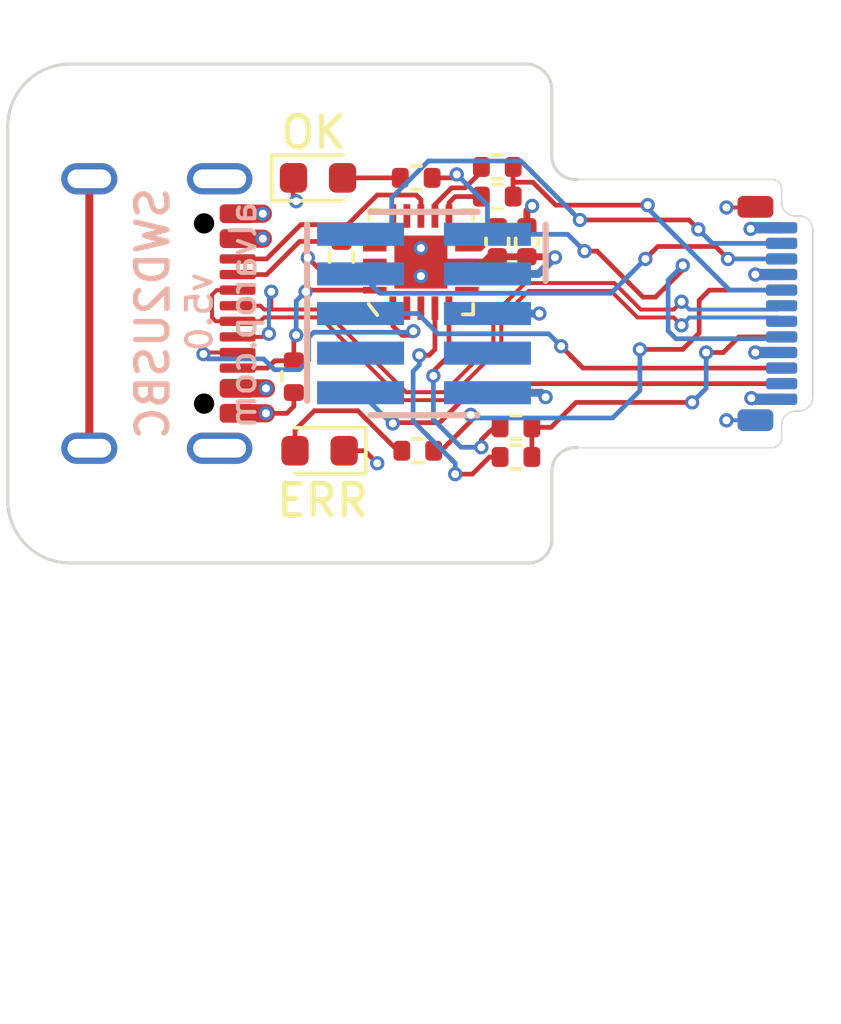
<source format=kicad_pcb>
(kicad_pcb (version 20240108) (generator "pcbnew") (generator_version "8.0")
  (title_block (title "SWD2USBC") (date "2025-01-05") (rev "v5.0") (company "alvarop.com"))
  (layers (0 "F.Cu" signal) (1 "In1.Cu" signal "GND") (2 "In2.Cu" signal "PWR") (31 "B.Cu" signal) (34 "B.Paste" user) (35 "F.Paste" user) (36 "B.SilkS" user "B.Silkscreen") (37 "F.SilkS" user "F.Silkscreen") (38 "B.Mask" user) (39 "F.Mask" user) (44 "Edge.Cuts" user))
  (net 0 "")
  (net 1 "VBUS")
  (net 2 "GND")
  (net 3 "Net-(D1-A)")
  (net 4 "Net-(D2-A)")
  (net 5 "/D+")
  (net 6 "/D-")
  (net 9 "/SBU1")
  (net 10 "/SWDIO")
  (net 11 "/SWDCLK")
  (net 12 "/SWO")
  (net 13 "/CC1_IN_MOSI")
  (net 14 "/CC2_IN_MISO")
  (net 15 "/NRST")
  (net 16 "/CC1")
  (net 17 "/CC2")
  (net 18 "/SBU2")
  (net 19 "/CC1_R1")
  (net 20 "/CC1_R2")
  (net 21 "/CC2_R1")
  (net 22 "/CC2_R2")
  (net 23 "/SCK")
  (net 30 "/MCURST")
  (net 31 "/SHIELD")
  (footprint "Capacitor_SMD:C_0402_1005Metric" (layer "F.Cu") (at 170.95 65.2 -90)
    (property "Reference" "C1" (hide yes))
    (property "Value" "1uF")
    (fp_line (start -0.107836 0.36) (end 0.107836 0.36) (stroke (width 0.12)) (layer "F.SilkS"))
    (fp_line (start -0.107836 -0.36) (end 0.107836 -0.36) (stroke (width 0.12)) (layer "F.SilkS"))
    (pad "1" smd roundrect (at -0.48 0 270) (size 0.56 0.62) (layers "F.Cu" "F.Paste" "F.Mask") (net 1 "VBUS"))
    (pad "2" smd roundrect (at 0.48 0 270) (size 0.56 0.62) (layers "F.Cu" "F.Paste" "F.Mask") (net 2 "GND"))
  )
  (footprint "Resistor_SMD:R_0402_1005Metric" (layer "F.Cu") (at 170.95 63.75)
    (property "Reference" "R4" (hide yes))
    (property "Value" "22k")
    (fp_line (start -0.153641 -0.38) (end 0.153641 -0.38) (stroke (width 0.12)) (layer "F.SilkS"))
    (fp_line (start -0.153641 0.38) (end 0.153641 0.38) (stroke (width 0.12)) (layer "F.SilkS"))
    (pad "1" smd roundrect (at -0.51 0) (size 0.54 0.64) (layers "F.Cu" "F.Paste" "F.Mask") (net 19 "/CC1_R1"))
    (pad "2" smd roundrect (at 0.51 0) (size 0.54 0.64) (layers "F.Cu" "F.Paste" "F.Mask") (net 16 "/CC1"))
  )
  (footprint "Resistor_SMD:R_0402_1005Metric" (layer "F.Cu") (at 171.55 72.1 180)
    (property "Reference" "R6" (hide yes))
    (property "Value" "56k")
    (fp_line (start -0.153641 0.38) (end 0.153641 0.38) (stroke (width 0.12)) (layer "F.SilkS"))
    (fp_line (start -0.153641 -0.38) (end 0.153641 -0.38) (stroke (width 0.12)) (layer "F.SilkS"))
    (pad "1" smd roundrect (at -0.51 0 180) (size 0.54 0.64) (layers "F.Cu" "F.Paste" "F.Mask") (net 17 "/CC2"))
    (pad "2" smd roundrect (at 0.51 0 180) (size 0.54 0.64) (layers "F.Cu" "F.Paste" "F.Mask") (net 21 "/CC2_R1"))
  )
  (footprint "LED_SMD:LED_0603_1608Metric" (layer "F.Cu") (at 165.2 63.15)
    (property "Reference" "D1" (hide yes))
    (property "Value" "GREEN")
    (fp_line (start -1.485 -0.735) (end -1.485 0.735) (stroke (width 0.12)) (layer "F.SilkS"))
    (fp_line (start -1.485 0.735) (end 0.8 0.735) (stroke (width 0.12)) (layer "F.SilkS"))
    (fp_line (start 0.8 -0.735) (end -1.485 -0.735) (stroke (width 0.12)) (layer "F.SilkS"))
    (pad "1" smd roundrect (at -0.7875 0) (size 0.875 0.95) (layers "F.Cu" "F.Paste" "F.Mask") (net 2 "GND"))
    (pad "2" smd roundrect (at 0.7875 0) (size 0.875 0.95) (layers "F.Cu" "F.Paste" "F.Mask") (net 3 "Net-(D1-A)"))
  )
  (footprint "Resistor_SMD:R_0402_1005Metric" (layer "F.Cu") (at 165.95 65.7 90)
    (property "Reference" "R2" (hide yes))
    (property "Value" "5.1k")
    (fp_line (start -0.153641 -0.38) (end 0.153641 -0.38) (stroke (width 0.12)) (layer "F.SilkS"))
    (fp_line (start -0.153641 0.38) (end 0.153641 0.38) (stroke (width 0.12)) (layer "F.SilkS"))
    (pad "1" smd roundrect (at -0.51 0 90) (size 0.54 0.64) (layers "F.Cu" "F.Paste" "F.Mask") (net 2 "GND"))
    (pad "2" smd roundrect (at 0.51 0 90) (size 0.54 0.64) (layers "F.Cu" "F.Paste" "F.Mask") (net 13 "/CC1_IN_MOSI"))
  )
  (footprint "Capacitor_SMD:C_0402_1005Metric" (layer "F.Cu") (at 171.9 65.2 -90)
    (property "Reference" "C2" (hide yes))
    (property "Value" "0.1uF")
    (fp_line (start -0.107836 0.36) (end 0.107836 0.36) (stroke (width 0.12)) (layer "F.SilkS"))
    (fp_line (start -0.107836 -0.36) (end 0.107836 -0.36) (stroke (width 0.12)) (layer "F.SilkS"))
    (pad "1" smd roundrect (at -0.48 0 270) (size 0.56 0.62) (layers "F.Cu" "F.Paste" "F.Mask") (net 1 "VBUS"))
    (pad "2" smd roundrect (at 0.48 0 270) (size 0.56 0.62) (layers "F.Cu" "F.Paste" "F.Mask") (net 2 "GND"))
  )
  (footprint "LED_SMD:LED_0603_1608Metric" (layer "F.Cu") (at 165.25 71.9 180)
    (property "Reference" "D2" (hide yes))
    (property "Value" "RED")
    (fp_line (start 0.8 -0.735) (end -1.485 -0.735) (stroke (width 0.12)) (layer "F.SilkS"))
    (fp_line (start -1.485 0.735) (end 0.8 0.735) (stroke (width 0.12)) (layer "F.SilkS"))
    (fp_line (start -1.485 -0.735) (end -1.485 0.735) (stroke (width 0.12)) (layer "F.SilkS"))
    (pad "1" smd roundrect (at -0.7875 0 180) (size 0.875 0.95) (layers "F.Cu" "F.Paste" "F.Mask") (net 2 "GND"))
    (pad "2" smd roundrect (at 0.7875 0 180) (size 0.875 0.95) (layers "F.Cu" "F.Paste" "F.Mask") (net 4 "Net-(D2-A)"))
  )
  (footprint "Resistor_SMD:R_0402_1005Metric" (layer "F.Cu") (at 170.95 62.8)
    (property "Reference" "R3" (hide yes))
    (property "Value" "10k")
    (fp_line (start -0.153641 -0.38) (end 0.153641 -0.38) (stroke (width 0.12)) (layer "F.SilkS"))
    (fp_line (start -0.153641 0.38) (end 0.153641 0.38) (stroke (width 0.12)) (layer "F.SilkS"))
    (pad "1" smd roundrect (at -0.51 0) (size 0.54 0.64) (layers "F.Cu" "F.Paste" "F.Mask") (net 20 "/CC1_R2"))
    (pad "2" smd roundrect (at 0.51 0) (size 0.54 0.64) (layers "F.Cu" "F.Paste" "F.Mask") (net 16 "/CC1"))
  )
  (footprint "alvarop:USB4105-GF-A" (layer "F.Cu") (at 162.62 67.5 -90)
    (property "Reference" "J1" (hide yes))
    (property "Value" "USB_C_Receptacle_USB2.0")
    (pad "" np_thru_hole circle (at -2.89 1.075 270) (size 0.65 0.65) (drill 0.65) (layers "*.Mask"))
    (pad "" np_thru_hole circle (at 2.89 1.075 270) (size 0.65 0.65) (drill 0.65) (layers "*.Mask"))
    (pad "A1" smd roundrect (at -3.2 0 270) (size 0.6 1.15) (layers "F.Cu" "F.Paste" "F.Mask") (net 2 "GND"))
    (pad "A4" smd roundrect (at -2.4 0 270) (size 0.6 1.15) (layers "F.Cu" "F.Paste" "F.Mask") (net 1 "VBUS"))
    (pad "A5" smd roundrect (at -1.25 0 270) (size 0.3 1.15) (layers "F.Cu" "F.Paste" "F.Mask") (net 13 "/CC1_IN_MOSI"))
    (pad "A6" smd roundrect (at -0.25 0 270) (size 0.3 1.15) (layers "F.Cu" "F.Paste" "F.Mask") (net 5 "/D+"))
    (pad "A7" smd roundrect (at 0.25 0 270) (size 0.3 1.15) (layers "F.Cu" "F.Paste" "F.Mask") (net 6 "/D-"))
    (pad "A8" smd roundrect (at 1.25 0 270) (size 0.3 1.15) (layers "F.Cu" "F.Paste" "F.Mask") (net 23 "/SCK"))
    (pad "A9" smd roundrect (at 2.4 0 270) (size 0.6 1.15) (layers "F.Cu" "F.Paste" "F.Mask") (net 1 "VBUS"))
    (pad "A12" smd roundrect (at 3.2 0 270) (size 0.6 1.15) (layers "F.Cu" "F.Paste" "F.Mask") (net 2 "GND"))
    (pad "B1" smd roundrect (at 3.2 0 270) (size 0.6 1.15) (layers "F.Cu" "F.Paste" "F.Mask") (net 2 "GND"))
    (pad "B4" smd roundrect (at 2.4 0 270) (size 0.6 1.15) (layers "F.Cu" "F.Paste" "F.Mask") (net 1 "VBUS"))
    (pad "B5" smd roundrect (at 1.75 0 270) (size 0.3 1.15) (layers "F.Cu" "F.Paste" "F.Mask") (net 14 "/CC2_IN_MISO"))
    (pad "B6" smd roundrect (at 0.75 0 270) (size 0.3 1.15) (layers "F.Cu" "F.Paste" "F.Mask") (net 5 "/D+"))
    (pad "B7" smd roundrect (at -0.75 0 270) (size 0.3 1.15) (layers "F.Cu" "F.Paste" "F.Mask") (net 6 "/D-"))
    (pad "B8" smd roundrect (at -1.75 0 270) (size 0.3 1.15) (layers "F.Cu" "F.Paste" "F.Mask") (net 30 "/MCURST"))
    (pad "B9" smd roundrect (at -2.4 0 270) (size 0.6 1.15) (layers "F.Cu" "F.Paste" "F.Mask") (net 1 "VBUS"))
    (pad "B12" smd roundrect (at -3.2 0 270) (size 0.6 1.15) (layers "F.Cu" "F.Paste" "F.Mask") (net 2 "GND"))
    (pad "S1" thru_hole oval (at -4.32 0.575 270) (size 1 2.1) (drill oval 0.6 1.7) (layers "*.Cu" "*.Mask") (net 31 "/SHIELD"))
    (pad "S1" thru_hole oval (at -4.32 4.755 270) (size 1 1.8) (drill oval 0.6 1.4) (layers "*.Cu" "*.Mask") (net 31 "/SHIELD"))
    (pad "S1" thru_hole oval (at 4.32 0.575 270) (size 1 2.1) (drill oval 0.6 1.7) (layers "*.Cu" "*.Mask") (net 31 "/SHIELD"))
    (pad "S1" thru_hole oval (at 4.32 4.755 270) (size 1 1.8) (drill oval 0.6 1.4) (layers "*.Cu" "*.Mask") (net 31 "/SHIELD"))
  )
  (footprint "ultralibrarian:ATTINY24A-MMH" (layer "F.Cu") (at 168.5 65.85 90)
    (property "Reference" "U1" (hide yes))
    (property "Value" "ATtiny24-20M" (hide yes))
    (fp_line (start 1.676999 -1.676999) (end 1.342341 -1.676999) (stroke (width 0.12)) (layer "F.SilkS"))
    (fp_line (start -1.342341 -1.676999) (end -1.7 -1.4) (stroke (width 0.12)) (layer "F.SilkS"))
    (fp_line (start 1.676999 -1.342341) (end 1.676999 -1.676999) (stroke (width 0.12)) (layer "F.SilkS"))
    (fp_line (start -1.676999 1.342341) (end -1.676999 1.676999) (stroke (width 0.12)) (layer "F.SilkS"))
    (fp_line (start 1.676999 1.676999) (end 1.676999 1.342341) (stroke (width 0.12)) (layer "F.SilkS"))
    (fp_line (start 1.342341 1.676999) (end 1.676999 1.676999) (stroke (width 0.12)) (layer "F.SilkS"))
    (fp_line (start -1.676999 1.676999) (end -1.342341 1.676999) (stroke (width 0.12)) (layer "F.SilkS"))
    (pad "1" smd rect (at -1.477401 -0.900001 180) (size 0.2192 0.7548) (layers "F.Cu" "F.Paste" "F.Mask") (net 23 "/SCK"))
    (pad "2" smd rect (at -1.477401 -0.449999 180) (size 0.2192 0.7548) (layers "F.Cu" "F.Paste" "F.Mask"))
    (pad "3" smd rect (at -1.477401 0 180) (size 0.2192 0.7548) (layers "F.Cu" "F.Paste" "F.Mask"))
    (pad "4" smd rect (at -1.477401 0.449999 180) (size 0.2192 0.7548) (layers "F.Cu" "F.Paste" "F.Mask") (net 21 "/CC2_R1"))
    (pad "5" smd rect (at -1.477401 0.900001 180) (size 0.2192 0.7548) (layers "F.Cu" "F.Paste" "F.Mask") (net 22 "/CC2_R2"))
    (pad "6" smd rect (at -0.900001 1.477401 90) (size 0.2192 0.7548) (layers "F.Cu" "F.Paste" "F.Mask"))
    (pad "7" smd rect (at -0.449999 1.477401 90) (size 0.2192 0.7548) (layers "F.Cu" "F.Paste" "F.Mask"))
    (pad "8" smd rect (at 0 1.477401 90) (size 0.2192 0.7548) (layers "F.Cu" "F.Paste" "F.Mask") (net 2 "GND"))
    (pad "9" smd rect (at 0.449999 1.477401 90) (size 0.2192 0.7548) (layers "F.Cu" "F.Paste" "F.Mask") (net 1 "VBUS"))
    (pad "10" smd rect (at 0.900001 1.477401 90) (size 0.2192 0.7548) (layers "F.Cu" "F.Paste" "F.Mask"))
    (pad "11" smd rect (at 1.477401 0.900001 180) (size 0.2192 0.7548) (layers "F.Cu" "F.Paste" "F.Mask") (net 19 "/CC1_R1"))
    (pad "12" smd rect (at 1.477401 0.449999 180) (size 0.2192 0.7548) (layers "F.Cu" "F.Paste" "F.Mask") (net 20 "/CC1_R2"))
    (pad "13" smd rect (at 1.477401 0 180) (size 0.2192 0.7548) (layers "F.Cu" "F.Paste" "F.Mask") (net 30 "/MCURST"))
    (pad "14" smd rect (at 1.477401 -0.449999 180) (size 0.2192 0.7548) (layers "F.Cu" "F.Paste" "F.Mask"))
    (pad "15" smd rect (at 1.477401 -0.900001 180) (size 0.2192 0.7548) (layers "F.Cu" "F.Paste" "F.Mask"))
    (pad "16" smd rect (at 0.900001 -1.477401 90) (size 0.2192 0.7548) (layers "F.Cu" "F.Paste" "F.Mask") (net 13 "/CC1_IN_MOSI"))
    (pad "17" smd rect (at 0.449999 -1.477401 90) (size 0.2192 0.7548) (layers "F.Cu" "F.Paste" "F.Mask"))
    (pad "18" smd rect (at 0 -1.477401 90) (size 0.2192 0.7548) (layers "F.Cu" "F.Paste" "F.Mask"))
    (pad "19" smd rect (at -0.449999 -1.477401 90) (size 0.2192 0.7548) (layers "F.Cu" "F.Paste" "F.Mask"))
    (pad "20" smd rect (at -0.900001 -1.477401 90) (size 0.2192 0.7548) (layers "F.Cu" "F.Paste" "F.Mask") (net 14 "/CC2_IN_MISO"))
    (pad "21" smd rect (at 0 0 90) (size 1.7 1.7) (layers "F.Cu" "F.Paste" "F.Mask") (net 2 "GND"))
  )
  (footprint "Resistor_SMD:R_0402_1005Metric" (layer "F.Cu") (at 168.4 71.9)
    (property "Reference" "R8" (hide yes))
    (property "Value" "1k")
    (fp_line (start -0.153641 -0.38) (end 0.153641 -0.38) (stroke (width 0.12)) (layer "F.SilkS"))
    (fp_line (start -0.153641 0.38) (end 0.153641 0.38) (stroke (width 0.12)) (layer "F.SilkS"))
    (pad "1" smd roundrect (at -0.51 0) (size 0.54 0.64) (layers "F.Cu" "F.Paste" "F.Mask") (net 4 "Net-(D2-A)"))
    (pad "2" smd roundrect (at 0.51 0) (size 0.54 0.64) (layers "F.Cu" "F.Paste" "F.Mask") (net 18 "/SBU2"))
  )
  (footprint "Resistor_SMD:R_0402_1005Metric" (layer "F.Cu") (at 164.425 69.525 90)
    (property "Reference" "R1" (hide yes))
    (property "Value" "5.1k")
    (fp_line (start -0.153641 -0.38) (end 0.153641 -0.38) (stroke (width 0.12)) (layer "F.SilkS"))
    (fp_line (start -0.153641 0.38) (end 0.153641 0.38) (stroke (width 0.12)) (layer "F.SilkS"))
    (pad "1" smd roundrect (at -0.51 0 90) (size 0.54 0.64) (layers "F.Cu" "F.Paste" "F.Mask") (net 2 "GND"))
    (pad "2" smd roundrect (at 0.51 0 90) (size 0.54 0.64) (layers "F.Cu" "F.Paste" "F.Mask") (net 14 "/CC2_IN_MISO"))
  )
  (footprint "Resistor_SMD:R_0402_1005Metric" (layer "F.Cu") (at 171.55 71.15)
    (property "Reference" "R5" (hide yes))
    (property "Value" "22k")
    (fp_line (start -0.153641 -0.38) (end 0.153641 -0.38) (stroke (width 0.12)) (layer "F.SilkS"))
    (fp_line (start -0.153641 0.38) (end 0.153641 0.38) (stroke (width 0.12)) (layer "F.SilkS"))
    (pad "1" smd roundrect (at -0.51 0) (size 0.54 0.64) (layers "F.Cu" "F.Paste" "F.Mask") (net 22 "/CC2_R2"))
    (pad "2" smd roundrect (at 0.51 0) (size 0.54 0.64) (layers "F.Cu" "F.Paste" "F.Mask") (net 17 "/CC2"))
  )
  (footprint "Resistor_SMD:R_0402_1005Metric" (layer "F.Cu") (at 168.35 63.15 180)
    (property "Reference" "R7" (hide yes))
    (property "Value" "1k")
    (fp_line (start -0.153641 0.38) (end 0.153641 0.38) (stroke (width 0.12)) (layer "F.SilkS"))
    (fp_line (start -0.153641 -0.38) (end 0.153641 -0.38) (stroke (width 0.12)) (layer "F.SilkS"))
    (pad "1" smd roundrect (at -0.51 0 180) (size 0.54 0.64) (layers "F.Cu" "F.Paste" "F.Mask") (net 9 "/SBU1"))
    (pad "2" smd roundrect (at 0.51 0 180) (size 0.54 0.64) (layers "F.Cu" "F.Paste" "F.Mask") (net 3 "Net-(D1-A)"))
  )
  (footprint "snapeda:SAMTEC_FTSH-105-01-F-DV-P-TR" (layer "B.Cu") (at 168.6 67.5 -90)
    (property "Reference" "J2" (hide yes))
    (property "Value" "Conn_ARM_JTAG_SWD_10")
    (fp_line (start -3.26 1.715) (end -3.26 1.715) (stroke (width 0.2)) (layer "B.SilkS"))
    (fp_line (start 3.26 1.715) (end 3.26 1.715) (stroke (width 0.2)) (layer "B.SilkS"))
    (fp_line (start 3.26 1.715) (end 3.26 -1.715) (stroke (width 0.2)) (layer "B.SilkS"))
    (fp_line (start -3.26 -1.715) (end -3.26 1.715) (stroke (width 0.2)) (layer "B.SilkS"))
    (fp_line (start -3.26 -1.715) (end -3.26 -1.715) (stroke (width 0.2)) (layer "B.SilkS"))
    (fp_line (start 3.26 -1.715) (end 3.26 -1.715) (stroke (width 0.2)) (layer "B.SilkS"))
    (pad "1" smd rect (at -2.54 -2.035 270) (size 0.74 2.79) (layers "B.Cu" "B.Paste" "B.Mask") (net 9 "/SBU1"))
    (pad "2" smd rect (at -2.54 2.035 270) (size 0.74 2.79) (layers "B.Cu" "B.Paste" "B.Mask") (net 10 "/SWDIO"))
    (pad "3" smd rect (at -1.27 -2.035 270) (size 0.74 2.79) (layers "B.Cu" "B.Paste" "B.Mask") (net 2 "GND"))
    (pad "4" smd rect (at -1.27 2.035 270) (size 0.74 2.79) (layers "B.Cu" "B.Paste" "B.Mask") (net 11 "/SWDCLK"))
    (pad "5" smd rect (at 0 -2.035 270) (size 0.74 2.79) (layers "B.Cu" "B.Paste" "B.Mask") (net 2 "GND"))
    (pad "6" smd rect (at 0 2.035 270) (size 0.74 2.79) (layers "B.Cu" "B.Paste" "B.Mask") (net 12 "/SWO"))
    (pad "7" smd rect (at 1.27 -2.035 270) (size 0.74 2.79) (layers "B.Cu" "B.Paste" "B.Mask"))
    (pad "8" smd rect (at 1.27 2.035 270) (size 0.74 2.79) (layers "B.Cu" "B.Paste" "B.Mask"))
    (pad "9" smd rect (at 2.54 -2.035 270) (size 0.74 2.79) (layers "B.Cu" "B.Paste" "B.Mask") (net 2 "GND"))
    (pad "10" smd rect (at 2.54 2.035 270) (size 0.74 2.79) (layers "B.Cu" "B.Paste" "B.Mask") (net 15 "/NRST"))
  )
  (footprint "alvarop:MOLEX_1054440011" (layer "B.Cu") (at 180.07 67.5 90)
    (property "Reference" "P1" (hide yes))
    (property "Value" "USB_C_Plug")
    (fp_line (start 4.3 -0.3) (end 4.3 -6.54) (stroke (width 0.05)) (layer "Edge.Cuts"))
    (fp_line (start -4.3 -0.3) (end -4.3 -6.54) (stroke (width 0.05)) (layer "Edge.Cuts"))
    (fp_line (start 3.57 0) (end 4 0) (stroke (width 0.05)) (layer "Edge.Cuts"))
    (fp_line (start -3.58 0) (end -4 0) (stroke (width 0.05)) (layer "Edge.Cuts"))
    (fp_line (start 3.13 0.45) (end 3.13 0.55) (stroke (width 0.05)) (layer "Edge.Cuts"))
    (fp_line (start -3.13 0.45) (end -3.13 0.55) (stroke (width 0.05)) (layer "Edge.Cuts"))
    (fp_line (start -2.68 1) (end 2.68 1) (stroke (width 0.05)) (layer "Edge.Cuts"))
    (fp_arc (start 4.3 -0.3) (mid 4.212132 -0.087868) (end 4 0) (stroke (width 0.05)) (layer "Edge.Cuts"))
    (fp_arc (start -3.58 0) (mid -3.261802 0.131802) (end -3.13 0.45) (stroke (width 0.05)) (layer "Edge.Cuts"))
    (fp_arc (start -4 0) (mid -4.212132 -0.087868) (end -4.3 -0.3) (stroke (width 0.05)) (layer "Edge.Cuts"))
    (fp_arc (start 3.13 0.45) (mid 3.254274 0.131402) (end 3.57 0) (stroke (width 0.05)) (layer "Edge.Cuts"))
    (fp_arc (start 3.13 0.55) (mid 2.999254 0.869254) (end 2.68 1) (stroke (width 0.05)) (layer "Edge.Cuts"))
    (fp_arc (start -2.68 1) (mid -2.998198 0.868198) (end -3.13 0.55) (stroke (width 0.05)) (layer "Edge.Cuts"))
    (pad "A1" smd roundrect (at 2.75 0 90) (size 0.36 1) (layers "B.Cu" "B.Paste" "B.Mask") (net 2 "GND"))
    (pad "A2" smd roundrect (at 2.25 0 90) (size 0.36 1) (layers "B.Cu" "B.Paste" "B.Mask") (net 10 "/SWDIO"))
    (pad "A3" smd roundrect (at 1.75 0 90) (size 0.36 1) (layers "B.Cu" "B.Paste" "B.Mask") (net 11 "/SWDCLK"))
    (pad "A4" smd roundrect (at 1.25 0 90) (size 0.36 1) (layers "B.Cu" "B.Paste" "B.Mask") (net 1 "VBUS"))
    (pad "A5" smd roundrect (at 0.75 0 90) (size 0.36 1) (layers "B.Cu" "B.Paste" "B.Mask") (net 16 "/CC1"))
    (pad "A6" smd roundrect (at 0.25 0 90) (size 0.36 1) (layers "B.Cu" "B.Paste" "B.Mask") (net 5 "/D+"))
    (pad "A7" smd roundrect (at -0.25 0 90) (size 0.36 1) (layers "B.Cu" "B.Paste" "B.Mask") (net 6 "/D-"))
    (pad "A8" smd roundrect (at -0.75 0 90) (size 0.36 1) (layers "B.Cu" "B.Paste" "B.Mask") (net 9 "/SBU1"))
    (pad "A9" smd roundrect (at -1.25 0 90) (size 0.36 1) (layers "B.Cu" "B.Paste" "B.Mask") (net 1 "VBUS"))
    (pad "A10" smd roundrect (at -1.75 0 90) (size 0.36 1) (layers "B.Cu" "B.Paste" "B.Mask"))
    (pad "A11" smd roundrect (at -2.25 0 90) (size 0.36 1) (layers "B.Cu" "B.Paste" "B.Mask"))
    (pad "A12" smd roundrect (at -2.75 0 90) (size 0.36 1) (layers "B.Cu" "B.Paste" "B.Mask") (net 2 "GND"))
    (pad "B1" smd roundrect (at -2.75 0 90) (size 0.36 1) (layers "F.Cu" "F.Paste" "F.Mask") (net 2 "GND"))
    (pad "B2" smd roundrect (at -2.25 0 90) (size 0.36 1) (layers "F.Cu" "F.Paste" "F.Mask") (net 15 "/NRST"))
    (pad "B3" smd roundrect (at -1.75 0 90) (size 0.36 1) (layers "F.Cu" "F.Paste" "F.Mask") (net 12 "/SWO"))
    (pad "B4" smd roundrect (at -1.25 0 90) (size 0.36 1) (layers "F.Cu" "F.Paste" "F.Mask") (net 1 "VBUS"))
    (pad "B5" smd roundrect (at -0.75 0 90) (size 0.36 1) (layers "F.Cu" "F.Paste" "F.Mask") (net 17 "/CC2"))
    (pad "B8" smd roundrect (at 0.75 0 90) (size 0.36 1) (layers "F.Cu" "F.Paste" "F.Mask") (net 18 "/SBU2"))
    (pad "B9" smd roundrect (at 1.25 0 90) (size 0.36 1) (layers "F.Cu" "F.Paste" "F.Mask") (net 1 "VBUS"))
    (pad "B10" smd roundrect (at 1.75 0 90) (size 0.36 1) (layers "F.Cu" "F.Paste" "F.Mask"))
    (pad "B11" smd roundrect (at 2.25 0 90) (size 0.36 1) (layers "F.Cu" "F.Paste" "F.Mask"))
    (pad "B12" smd roundrect (at 2.75 0 90) (size 0.36 1) (layers "F.Cu" "F.Paste" "F.Mask") (net 2 "GND"))
    (pad "S1" smd roundrect (at -3.42 -0.84 90) (size 0.7 1.15) (layers "B.Cu" "B.Paste" "B.Mask") (net 31 "/SHIELD"))
    (pad "S1" smd roundrect (at 3.42 -0.84 90) (size 0.7 1.15) (layers "F.Cu" "F.Paste" "F.Mask") (net 31 "/SHIELD"))
  )
  (gr_line (start 172.5 64.65) (end 172.5 66.45) (stroke (width 0.2)) (layer "B.SilkS"))
  (gr_line (start 164.85 64.65) (end 164.85 70.3) (stroke (width 0.2)) (layer "B.SilkS"))
  (gr_line (start 157.25 75.5) (end 171.95 75.5) (stroke (width 0.1)) (layer "Edge.Cuts"))
  (gr_line (start 155.25 61.5) (end 155.25 73.5) (stroke (width 0.1)) (layer "Edge.Cuts"))
  (gr_arc (start 157.25 75.5) (mid 155.835786 74.914214) (end 155.25 73.5) (stroke (width 0.1)) (layer "Edge.Cuts"))
  (gr_arc (start 155.25 61.5) (mid 155.835786 60.085786) (end 157.25 59.5) (stroke (width 0.1)) (layer "Edge.Cuts"))
  (gr_line (start 173.53 63.2) (end 173.48033 63.2) (stroke (width 0.1)) (layer "Edge.Cuts"))
  (gr_arc (start 172.7 74.75) (mid 172.48033 75.28033) (end 171.95 75.5) (stroke (width 0.1)) (layer "Edge.Cuts"))
  (gr_line (start 173.45 71.8) (end 173.53 71.8) (stroke (width 0.1)) (layer "Edge.Cuts"))
  (gr_line (start 172.7 60.3) (end 172.7 62.45) (stroke (width 0.1)) (layer "Edge.Cuts"))
  (gr_arc (start 172.7 72.55) (mid 172.91967 72.01967) (end 173.45 71.8) (stroke (width 0.1)) (layer "Edge.Cuts"))
  (gr_arc (start 173.48033 63.2) (mid 172.930463 62.99116) (end 172.7 62.45) (stroke (width 0.1)) (layer "Edge.Cuts"))
  (gr_line (start 172.7 72.55) (end 172.7 74.75) (stroke (width 0.1)) (layer "Edge.Cuts"))
  (gr_arc (start 171.9 59.5) (mid 172.456095 59.743905) (end 172.7 60.3) (stroke (width 0.1)) (layer "Edge.Cuts"))
  (gr_line (start 171.9 59.5) (end 157.25 59.5) (stroke (width 0.1)) (layer "Edge.Cuts"))
  (gr_text "alvarop.com" (at 162.8 67.55 90) (layer "B.SilkS") (effects (font (size 0.8 0.8) (thickness 0.128) (bold yes)) (justify mirror)))
  (gr_text "${REVISION}" (at 161.4 67.45 90) (layer "B.SilkS") (effects (font (size 0.8 0.8) (thickness 0.128) (bold yes)) (justify mirror)))
  (gr_text "SWD2USBC" (at 159.9 67.5 90) (layer "B.SilkS") (effects (font (size 1 1) (thickness 0.175)) (justify mirror)))
  (gr_text "ERR" (at 165.35 73.5 0) (layer "F.SilkS") (effects (font (size 1 1) (thickness 0.175))))
  (gr_text "OK" (at 165.05 61.7 0) (layer "F.SilkS") (effects (font (size 1 1) (thickness 0.175))))
  (segment (start 162.7 69.9) (end 163.53 69.9) (width 0.5842) (layer "F.Cu") (net 1))
  (segment (start 162.6 65.1) (end 163.43 65.1) (width 0.5842) (layer "F.Cu") (net 1))
  (segment (start 179.225 68.75) (end 180.07 68.75) (width 0.36) (layer "F.Cu") (net 1))
  (segment (start 171.9 64.72) (end 171.9 64.2) (width 0.2192) (layer "F.Cu") (net 1))
  (segment (start 170.95 64.838086) (end 170.388085 65.400001) (width 0.2192) (layer "F.Cu") (net 1))
  (segment (start 180.07 66.25) (end 179.225 66.25) (width 0.36) (layer "F.Cu") (net 1))
  (segment (start 171.9 64.72) (end 170.95 64.72) (width 0.2192) (layer "F.Cu") (net 1))
  (via (at 172.0687 64.05) (size 0.4572) (drill 0.254) (layers "F.Cu" "B.Cu") (net 1))
  (via (at 163.53 69.9) (size 0.4572) (drill 0.254) (layers "F.Cu" "B.Cu") (net 1))
  (via (at 163.43 65.1) (size 0.4572) (drill 0.254) (layers "F.Cu" "B.Cu") (net 1))
  (via (at 179.225 66.25) (size 0.4572) (drill 0.254) (layers "F.Cu" "B.Cu") (net 1))
  (via (at 179.225 68.75) (size 0.4572) (drill 0.254) (layers "F.Cu" "B.Cu") (net 1))
  (segment (start 180.07 68.75) (end 179.225 68.75) (width 0.36) (layer "B.Cu") (net 1))
  (segment (start 180.07 66.25) (end 179.225 66.25) (width 0.36) (layer "B.Cu") (net 1))
  (segment (start 164.874659 65.71233) (end 165.372329 66.21) (width 0.1524) (layer "F.Cu") (net 2))
  (segment (start 164.5 63.8) (end 164.4 63.7) (width 0.1524) (layer "F.Cu") (net 2))
  (segment (start 166.6979 71.9) (end 167.1 72.3021) (width 0.1524) (layer "F.Cu") (net 2))
  (segment (start 170.695 65.68) (end 170.525 65.85) (width 0.2192) (layer "F.Cu") (net 2))
  (segment (start 180.07 70.25) (end 179.1351 70.25) (width 0.36) (layer "F.Cu") (net 2))
  (segment (start 169.977401 65.85) (end 168.5 65.85) (width 0.2192) (layer "F.Cu") (net 2))
  (segment (start 164.425 70.475) (end 164.2 70.7) (width 0.1524) (layer "F.Cu") (net 2))
  (segment (start 179.1351 70.25) (end 179.1 70.2149) (width 0.36) (layer "F.Cu") (net 2))
  (segment (start 162.6 64.3) (end 163.43 64.3) (width 0.5842) (layer "F.Cu") (net 2))
  (segment (start 162.7 70.7) (end 163.53 70.7) (width 0.5842) (layer "F.Cu") (net 2))
  (segment (start 170.525 65.85) (end 169.977401 65.85) (width 0.2192) (layer "F.Cu") (net 2))
  (segment (start 171.9 65.68) (end 172.78 65.68) (width 0.2192) (layer "F.Cu") (net 2))
  (segment (start 164.2 70.7) (end 163.53 70.7) (width 0.1524) (layer "F.Cu") (net 2))
  (segment (start 179.075 64.7851) (end 179.1101 64.75) (width 0.36) (layer "F.Cu") (net 2))
  (segment (start 171.9 65.68) (end 170.95 65.68) (width 0.2192) (layer "F.Cu") (net 2))
  (segment (start 172.78 65.68) (end 172.8 65.7) (width 0.2192) (layer "F.Cu") (net 2))
  (segment (start 164.4 63.7) (end 164.4 63.1625) (width 0.1524) (layer "F.Cu") (net 2))
  (segment (start 166.0375 71.9) (end 166.6979 71.9) (width 0.1524) (layer "F.Cu") (net 2))
  (segment (start 170.95 65.68) (end 170.695 65.68) (width 0.2192) (layer "F.Cu") (net 2))
  (segment (start 165.372329 66.21) (end 165.95 66.21) (width 0.1524) (layer "F.Cu") (net 2))
  (segment (start 179.1101 64.75) (end 180.07 64.75) (width 0.36) (layer "F.Cu") (net 2))
  (segment (start 164.425 70.035) (end 164.425 70.475) (width 0.1524) (layer "F.Cu") (net 2))
  (via (at 168.5 65.4) (size 0.4572) (drill 0.254) (layers "F.Cu" "B.Cu") (net 2))
  (via (at 172.3 67.5) (size 0.4572) (drill 0.254) (layers "F.Cu" "B.Cu") (net 2))
  (via (at 179.075 64.7851) (size 0.4572) (drill 0.254) (layers "F.Cu" "B.Cu") (net 2))
  (via (at 163.43 64.3) (size 0.4572) (drill 0.254) (layers "F.Cu" "B.Cu") (net 2))
  (via (at 164.5 63.9) (size 0.4572) (drill 0.254) (layers "F.Cu" "B.Cu") (net 2))
  (via (at 164.874659 65.71233) (size 0.4572) (drill 0.254) (layers "F.Cu" "B.Cu") (net 2))
  (via (at 172.8 65.7) (size 0.4572) (drill 0.254) (layers "F.Cu" "B.Cu") (net 2))
  (via (at 167.1 72.3021) (size 0.4572) (drill 0.254) (layers "F.Cu" "B.Cu") (net 2))
  (via (at 172.5 70.1813) (size 0.4572) (drill 0.254) (layers "F.Cu" "B.Cu") (net 2))
  (via (at 163.53 70.7) (size 0.4572) (drill 0.254) (layers "F.Cu" "B.Cu") (net 2))
  (via (at 168.5 66.3) (size 0.4572) (drill 0.254) (layers "F.Cu" "B.Cu") (net 2))
  (via (at 179.1 70.2149) (size 0.4572) (drill 0.254) (layers "F.Cu" "B.Cu") (net 2))
  (segment (start 179.1 70.2149) (end 179.1351 70.25) (width 0.36) (layer "B.Cu") (net 2))
  (segment (start 180.07 64.75) (end 179.1101 64.75) (width 0.36) (layer "B.Cu") (net 2))
  (segment (start 170.635 66.23) (end 172.27 66.23) (width 0.254) (layer "B.Cu") (net 2))
  (segment (start 172.27 66.23) (end 172.8 65.7) (width 0.254) (layer "B.Cu") (net 2))
  (segment (start 170.635 70.04) (end 172.3587 70.04) (width 0.254) (layer "B.Cu") (net 2))
  (segment (start 172.3 67.5) (end 170.635 67.5) (width 0.254) (layer "B.Cu") (net 2))
  (segment (start 172.3587 70.04) (end 172.5 70.1813) (width 0.254) (layer "B.Cu") (net 2))
  (segment (start 179.1101 64.75) (end 179.075 64.7851) (width 0.36) (layer "B.Cu") (net 2))
  (segment (start 179.1351 70.25) (end 180.07 70.25) (width 0.36) (layer "B.Cu") (net 2))
  (segment (start 166.2 63.15) (end 167.84 63.15) (width 0.1524) (layer "F.Cu") (net 3))
  (segment (start 166.478656 70.618689) (end 165.081311 70.618689) (width 0.1524) (layer "F.Cu") (net 4))
  (segment (start 167.759967 71.9) (end 166.478656 70.618689) (width 0.1524) (layer "F.Cu") (net 4))
  (segment (start 164.4631 71.2369) (end 164.4631 71.9) (width 0.1524) (layer "F.Cu") (net 4))
  (segment (start 165.081311 70.618689) (end 164.4631 71.2369) (width 0.1524) (layer "F.Cu") (net 4))
  (segment (start 162.62 67.25) (end 163.350764 67.25) (width 0.127) (layer "F.Cu") (net 5))
  (segment (start 163.525 68.25) (end 163.625 68.15) (width 0.127) (layer "F.Cu") (net 5))
  (segment (start 165.375604 67.370998) (end 163.754002 67.370998) (width 0.127) (layer "F.Cu") (net 5))
  (segment (start 169.247394 70.023) (end 168.027606 70.023) (width 0.127) (layer "F.Cu") (net 5))
  (segment (start 163.7 67.316996) (end 163.754002 67.370998) (width 0.127) (layer "F.Cu") (net 5))
  (segment (start 174.702606 66.523) (end 171.847394 66.523) (width 0.127) (layer "F.Cu") (net 5))
  (segment (start 176.610001 67.372999) (end 175.552605 67.372999) (width 0.127) (layer "F.Cu") (net 5))
  (segment (start 170.823 68.447394) (end 169.247394 70.023) (width 0.127) (layer "F.Cu") (net 5))
  (segment (start 162.62 68.25) (end 163.525 68.25) (width 0.127) (layer "F.Cu") (net 5))
  (segment (start 163.754002 67.370998) (end 163.471762 67.370998) (width 0.127) (layer "F.Cu") (net 5))
  (segment (start 163.7 66.8) (end 163.7 67.316996) (width 0.127) (layer "F.Cu") (net 5))
  (segment (start 163.350764 67.25) (end 163.471762 67.370998) (width 0.127) (layer "F.Cu") (net 5))
  (segment (start 175.552605 67.372999) (end 174.702606 66.523) (width 0.127) (layer "F.Cu") (net 5))
  (segment (start 176.86 67.123) (end 176.610001 67.372999) (width 0.127) (layer "F.Cu") (net 5))
  (segment (start 170.823 67.547394) (end 170.823 68.447394) (width 0.127) (layer "F.Cu") (net 5))
  (segment (start 171.847394 66.523) (end 170.823 67.547394) (width 0.127) (layer "F.Cu") (net 5))
  (segment (start 168.027606 70.023) (end 165.375604 67.370998) (width 0.127) (layer "F.Cu") (net 5))
  (via (at 176.86 67.123) (size 0.4572) (drill 0.254) (layers "F.Cu" "B.Cu") (net 5))
  (via (at 163.625 68.15) (size 0.4572) (drill 0.254) (layers "F.Cu" "B.Cu") (net 5))
  (via (at 163.7 66.8) (size 0.4572) (drill 0.254) (layers "F.Cu" "B.Cu") (net 5))
  (segment (start 180.07 67.25) (end 179.947001 67.372999) (width 0.127) (layer "B.Cu") (net 5))
  (segment (start 163.7 66.8) (end 163.625 66.875) (width 0.127) (layer "B.Cu") (net 5))
  (segment (start 176.86 67.123) (end 177.109999 67.372999) (width 0.127) (layer "B.Cu") (net 5))
  (segment (start 163.625 66.875) (end 163.625 68.15) (width 0.127) (layer "B.Cu") (net 5))
  (segment (start 177.109999 67.372999) (end 179.947001 67.372999) (width 0.127) (layer "B.Cu") (net 5))
  (segment (start 171.077 67.652606) (end 171.077 68.552606) (width 0.127) (layer "F.Cu") (net 6))
  (segment (start 175.447395 67.627001) (end 174.597394 66.777) (width 0.127) (layer "F.Cu") (net 6))
  (segment (start 161.95 66.75) (end 162.62 66.75) (width 0.127) (layer "F.Cu") (net 6))
  (segment (start 176.610001 67.627001) (end 175.447395 67.627001) (width 0.127) (layer "F.Cu") (net 6))
  (segment (start 174.597394 66.777) (end 171.952606 66.777) (width 0.127) (layer "F.Cu") (net 6))
  (segment (start 165.270392 67.624998) (end 163.471762 67.624998) (width 0.127) (layer "F.Cu") (net 6))
  (segment (start 171.077 68.552606) (end 169.352606 70.277) (width 0.127) (layer "F.Cu") (net 6))
  (segment (start 162.62 67.75) (end 161.925 67.75) (width 0.127) (layer "F.Cu") (net 6))
  (segment (start 167.922394 70.277) (end 165.270392 67.624998) (width 0.127) (layer "F.Cu") (net 6))
  (segment (start 176.86 67.877) (end 176.610001 67.627001) (width 0.127) (layer "F.Cu") (net 6))
  (segment (start 161.925 67.75) (end 161.8 67.625) (width 0.127) (layer "F.Cu") (net 6))
  (segment (start 161.8 67.625) (end 161.8 66.9) (width 0.127) (layer "F.Cu") (net 6))
  (segment (start 169.352606 70.277) (end 167.922394 70.277) (width 0.127) (layer "F.Cu") (net 6))
  (segment (start 163.471762 67.624998) (end 163.34676 67.75) (width 0.127) (layer "F.Cu") (net 6))
  (segment (start 171.952606 66.777) (end 171.077 67.652606) (width 0.127) (layer "F.Cu") (net 6))
  (segment (start 161.8 66.9) (end 161.95 66.75) (width 0.127) (layer "F.Cu") (net 6))
  (segment (start 163.34676 67.75) (end 162.62 67.75) (width 0.127) (layer "F.Cu") (net 6))
  (via (at 176.86 67.877) (size 0.4572) (drill 0.254) (layers "F.Cu" "B.Cu") (net 6))
  (segment (start 177.109999 67.627001) (end 179.947001 67.627001) (width 0.127) (layer "B.Cu") (net 6))
  (segment (start 176.86 67.877) (end 177.109999 67.627001) (width 0.127) (layer "B.Cu") (net 6))
  (segment (start 180.07 67.75) (end 179.947001 67.627001) (width 0.127) (layer "B.Cu") (net 6))
  (segment (start 175.625 66.975) (end 176.025 66.975) (width 0.1524) (layer "F.Cu") (net 9))
  (segment (start 174.15 65.5) (end 175.625 66.975) (width 0.1524) (layer "F.Cu") (net 9))
  (segment (start 173.75 65.5) (end 174.15 65.5) (width 0.1524) (layer "F.Cu") (net 9))
  (segment (start 176.9 66.1) (end 176.9 65.9564) (width 0.1524) (layer "F.Cu") (net 9))
  (segment (start 168.86 63.15) (end 169.53978 63.15) (width 0.1524) (layer "F.Cu") (net 9))
  (segment (start 176.025 66.975) (end 176.9 66.1) (width 0.1524) (layer "F.Cu") (net 9))
  (via (at 176.9 65.9564) (size 0.4572) (drill 0.254) (layers "F.Cu" "B.Cu") (net 9))
  (via (at 169.65 63.03978) (size 0.4572) (drill 0.254) (layers "F.Cu" "B.Cu") (net 9))
  (via (at 173.75 65.5) (size 0.4572) (drill 0.254) (layers "F.Cu" "B.Cu") (net 9))
  (segment (start 176.428699 68.055652) (end 176.681348 68.308301) (width 0.1524) (layer "B.Cu") (net 9))
  (segment (start 180.011699 68.308301) (end 180.07 68.25) (width 0.1524) (layer "B.Cu") (net 9))
  (segment (start 173.75 65.5) (end 173.21 64.96) (width 0.1524) (layer "B.Cu") (net 9))
  (segment (start 176.681348 68.308301) (end 180.011699 68.308301) (width 0.1524) (layer "B.Cu") (net 9))
  (segment (start 173.21 64.96) (end 170.635 64.96) (width 0.1524) (layer "B.Cu") (net 9))
  (segment (start 176.428699 66.427701) (end 176.428699 68.055652) (width 0.1524) (layer "B.Cu") (net 9))
  (segment (start 169.65 63.03978) (end 170.635 64.02478) (width 0.1524) (layer "B.Cu") (net 9))
  (segment (start 176.9 65.9564) (end 176.428699 66.427701) (width 0.1524) (layer "B.Cu") (net 9))
  (segment (start 170.635 64.96) (end 170.635 64.02478) (width 0.1524) (layer "B.Cu") (net 9))
  (segment (start 177.1 64.5) (end 173.6 64.5) (width 0.1524) (layer "F.Cu") (net 10))
  (segment (start 177.4 64.8) (end 177.1 64.5) (width 0.1524) (layer "F.Cu") (net 10))
  (via (at 177.4 64.8) (size 0.4572) (drill 0.254) (layers "F.Cu" "B.Cu") (net 10))
  (via (at 173.6 64.5) (size 0.4572) (drill 0.254) (layers "F.Cu" "B.Cu") (net 10))
  (segment (start 177.85 65.25) (end 180.07 65.25) (width 0.1524) (layer "B.Cu") (net 10))
  (segment (start 171.708469 62.608469) (end 168.741531 62.608469) (width 0.1524) (layer "B.Cu") (net 10))
  (segment (start 167.565 63.785) (end 167.565 64.96) (width 0.1524) (layer "B.Cu") (net 10))
  (segment (start 168.741531 62.608469) (end 167.565 63.785) (width 0.1524) (layer "B.Cu") (net 10))
  (segment (start 177.4 64.8) (end 177.85 65.25) (width 0.1524) (layer "B.Cu") (net 10))
  (segment (start 173.6 64.5) (end 171.708469 62.608469) (width 0.1524) (layer "B.Cu") (net 10))
  (segment (start 175.7 65.75) (end 176.1 65.35) (width 0.1524) (layer "F.Cu") (net 11))
  (segment (start 177.95 65.35) (end 178.35 65.75) (width 0.1524) (layer "F.Cu") (net 11))
  (segment (start 176.1 65.35) (end 177.95 65.35) (width 0.1524) (layer "F.Cu") (net 11))
  (via (at 175.7 65.75) (size 0.4572) (drill 0.254) (layers "F.Cu" "B.Cu") (net 11))
  (via (at 178.35 65.75) (size 0.4572) (drill 0.254) (layers "F.Cu" "B.Cu") (net 11))
  (segment (start 178.35 65.75) (end 180.07 65.75) (width 0.1524) (layer "B.Cu") (net 11))
  (segment (start 167.185 66.85) (end 166.565 66.23) (width 0.1524) (layer "B.Cu") (net 11))
  (segment (start 174.6 66.85) (end 167.185 66.85) (width 0.1524) (layer "B.Cu") (net 11))
  (segment (start 175.7 65.75) (end 174.6 66.85) (width 0.1524) (layer "B.Cu") (net 11))
  (segment (start 173 68.55) (end 173.7 69.25) (width 0.1524) (layer "F.Cu") (net 12))
  (segment (start 173.7 69.25) (end 180.07 69.25) (width 0.1524) (layer "F.Cu") (net 12))
  (via (at 173 68.55) (size 0.4572) (drill 0.254) (layers "F.Cu" "B.Cu") (net 12))
  (segment (start 172.6 68.15) (end 169.05 68.15) (width 0.1524) (layer "B.Cu") (net 12))
  (segment (start 173 68.55) (end 172.6 68.15) (width 0.1524) (layer "B.Cu") (net 12))
  (segment (start 168.4 67.5) (end 166.565 67.5) (width 0.1524) (layer "B.Cu") (net 12))
  (segment (start 169.05 68.15) (end 168.4 67.5) (width 0.1524) (layer "B.Cu") (net 12))
  (segment (start 163.55 66.25) (end 162.62 66.25) (width 0.1524) (layer "F.Cu") (net 13))
  (segment (start 164.61 65.19) (end 163.55 66.25) (width 0.1524) (layer "F.Cu") (net 13))
  (segment (start 165.95 65.19) (end 164.61 65.19) (width 0.1524) (layer "F.Cu") (net 13))
  (segment (start 165.95 65.19) (end 166.26 65.19) (width 0.1524) (layer "F.Cu") (net 13))
  (segment (start 166.26 65.19) (end 166.500001 64.949999) (width 0.1524) (layer "F.Cu") (net 13))
  (segment (start 166.500001 64.949999) (end 167.022599 64.949999) (width 0.1524) (layer "F.Cu") (net 13))
  (segment (start 163.81 69.015) (end 164.425 69.015) (width 0.1524) (layer "F.Cu") (net 14))
  (segment (start 162.62 69.25) (end 163.575 69.25) (width 0.1524) (layer "F.Cu") (net 14))
  (segment (start 164.8 66.8) (end 164.849999 66.750001) (width 0.1524) (layer "F.Cu") (net 14))
  (segment (start 163.575 69.25) (end 163.81 69.015) (width 0.1524) (layer "F.Cu") (net 14))
  (segment (start 164.500463 68.190205) (end 164.425 68.265668) (width 0.1524) (layer "F.Cu") (net 14))
  (segment (start 164.849999 66.750001) (end 167.022599 66.750001) (width 0.1524) (layer "F.Cu") (net 14))
  (segment (start 164.425 68.265668) (end 164.425 69.015) (width 0.1524) (layer "F.Cu") (net 14))
  (via (at 164.500463 68.190205) (size 0.4572) (drill 0.254) (layers "F.Cu" "B.Cu") (net 14))
  (via (at 164.8 66.8) (size 0.4572) (drill 0.254) (layers "F.Cu" "B.Cu") (net 14))
  (segment (start 164.500463 68.190205) (end 164.500463 67.099537) (width 0.1524) (layer "B.Cu") (net 14))
  (segment (start 164.500463 67.099537) (end 164.8 66.8) (width 0.1524) (layer "B.Cu") (net 14))
  (segment (start 167.625 71) (end 169.1 71) (width 0.1524) (layer "F.Cu") (net 15))
  (segment (start 167.6 71.025) (end 167.625 71) (width 0.1524) (layer "F.Cu") (net 15))
  (segment (start 169.1 71) (end 170.35 69.75) (width 0.1524) (layer "F.Cu") (net 15))
  (segment (start 170.35 69.75) (end 180.07 69.75) (width 0.1524) (layer "F.Cu") (net 15))
  (via (at 167.6 71.025) (size 0.4572) (drill 0.254) (layers "F.Cu" "B.Cu") (net 15))
  (segment (start 167.55 71.025) (end 166.565 70.04) (width 0.1524) (layer "B.Cu") (net 15))
  (segment (start 167.6 71.025) (end 167.55 71.025) (width 0.1524) (layer "B.Cu") (net 15))
  (segment (start 171.455 62.805) (end 171.46 62.8) (width 0.1524) (layer "F.Cu") (net 16))
  (segment (start 172.09 63.29) (end 171.515 63.29) (width 0.1524) (layer "F.Cu") (net 16))
  (segment (start 171.515 63.29) (end 171.455 63.23) (width 0.1524) (layer "F.Cu") (net 16))
  (segment (start 172.825 64.025) (end 172.09 63.29) (width 0.1524) (layer "F.Cu") (net 16))
  (segment (start 175.775 64.025) (end 172.825 64.025) (width 0.1524) (layer "F.Cu") (net 16))
  (segment (start 171.455 63.75) (end 171.455 63.23) (width 0.1524) (layer "F.Cu") (net 16))
  (segment (start 171.455 63.23) (end 171.455 62.805) (width 0.1524) (layer "F.Cu") (net 16))
  (via (at 175.775 64.025) (size 0.4572) (drill 0.254) (layers "F.Cu" "B.Cu") (net 16))
  (segment (start 175.775 64.125) (end 175.775 64.025) (width 0.1524) (layer "B.Cu") (net 16))
  (segment (start 180.07 66.75) (end 178.4 66.75) (width 0.1524) (layer "B.Cu") (net 16))
  (segment (start 178.4 66.75) (end 175.775 64.125) (width 0.1524) (layer "B.Cu") (net 16))
  (segment (start 178.2 68.75) (end 177.65 68.75) (width 0.1524) (layer "F.Cu") (net 17))
  (segment (start 178.5 68.45) (end 178.2 68.75) (width 0.1524) (layer "F.Cu") (net 17))
  (segment (start 178.7 68.25) (end 178.5 68.45) (width 0.1524) (layer "F.Cu") (net 17))
  (segment (start 172.06 72.1) (end 172.06 71.15) (width 0.1524) (layer "F.Cu") (net 17))
  (segment (start 180.07 68.25) (end 178.7 68.25) (width 0.1524) (layer "F.Cu") (net 17))
  (segment (start 177.2 70.35) (end 173.475 70.35) (width 0.1524) (layer "F.Cu") (net 17))
  (segment (start 172.675 71.15) (end 172.06 71.15) (width 0.1524) (layer "F.Cu") (net 17))
  (segment (start 173.475 70.35) (end 172.675 71.15) (width 0.1524) (layer "F.Cu") (net 17))
  (via (at 177.65 68.75) (size 0.4572) (drill 0.254) (layers "F.Cu" "B.Cu") (net 17))
  (via (at 177.2 70.35) (size 0.4572) (drill 0.254) (layers "F.Cu" "B.Cu") (net 17))
  (segment (start 177.65 68.75) (end 177.65 69.9) (width 0.1524) (layer "B.Cu") (net 17))
  (segment (start 177.65 69.9) (end 177.2 70.35) (width 0.1524) (layer "B.Cu") (net 17))
  (segment (start 180.07 66.75) (end 177.75 66.75) (width 0.1524) (layer "F.Cu") (net 18))
  (segment (start 177.425 67.45) (end 177.425 68.125) (width 0.1524) (layer "F.Cu") (net 18))
  (segment (start 170.1 70.95) (end 169.15 71.9) (width 0.1524) (layer "F.Cu") (net 18))
  (segment (start 170.1 70.75) (end 170.1 70.95) (width 0.1524) (layer "F.Cu") (net 18))
  (segment (start 177.425 67.075) (end 177.425 67.45) (width 0.1524) (layer "F.Cu") (net 18))
  (segment (start 177.425 68.125) (end 177 68.55) (width 0.1524) (layer "F.Cu") (net 18))
  (segment (start 177 68.55) (end 176.9 68.65) (width 0.1524) (layer "F.Cu") (net 18))
  (segment (start 177.75 66.75) (end 177.425 67.075) (width 0.1524) (layer "F.Cu") (net 18))
  (segment (start 176.9 68.65) (end 175.525 68.65) (width 0.1524) (layer "F.Cu") (net 18))
  (via (at 175.525 68.65) (size 0.4572) (drill 0.254) (layers "F.Cu" "B.Cu") (net 18))
  (via (at 170.1 70.75) (size 0.4572) (drill 0.254) (layers "F.Cu" "B.Cu") (net 18))
  (segment (start 174.65 70.85) (end 175.525 69.975) (width 0.1524) (layer "B.Cu") (net 18))
  (segment (start 170.1 70.75) (end 170.2 70.85) (width 0.1524) (layer "B.Cu") (net 18))
  (segment (start 175.525 69.975) (end 175.525 68.65) (width 0.1524) (layer "B.Cu") (net 18))
  (segment (start 170.2 70.85) (end 174.65 70.85) (width 0.1524) (layer "B.Cu") (net 18))
  (segment (start 169.400001 63.949999) (end 169.6 63.75) (width 0.1524) (layer "F.Cu") (net 19))
  (segment (start 169.6 63.75) (end 170.385 63.75) (width 0.1524) (layer "F.Cu") (net 19))
  (segment (start 168.949999 64.005549) (end 169.484468 63.47108) (width 0.1524) (layer "F.Cu") (net 20))
  (segment (start 170.44 62.8) (end 170.44 62.947392) (width 0.1524) (layer "F.Cu") (net 20))
  (segment (start 169.484468 63.47108) (end 169.916312 63.47108) (width 0.1524) (layer "F.Cu") (net 20))
  (segment (start 170.44 62.947392) (end 169.916312 63.47108) (width 0.1524) (layer "F.Cu") (net 20))
  (segment (start 170.44 62.86) (end 170.4 62.9) (width 0.1524) (layer "F.Cu") (net 20))
  (segment (start 169.6 72.65) (end 170.15 72.65) (width 0.1524) (layer "F.Cu") (net 21))
  (segment (start 168.45 68.84) (end 168.76117 68.84) (width 0.1524) (layer "F.Cu") (net 21))
  (segment (start 170.7 72.1) (end 171.04 72.1) (width 0.1524) (layer "F.Cu") (net 21))
  (segment (start 168.949999 68.651171) (end 168.949999 67.327401) (width 0.1524) (layer "F.Cu") (net 21))
  (segment (start 170.15 72.65) (end 170.7 72.1) (width 0.1524) (layer "F.Cu") (net 21))
  (segment (start 168.76117 68.84) (end 168.949999 68.651171) (width 0.1524) (layer "F.Cu") (net 21))
  (via (at 169.6 72.65) (size 0.4572) (drill 0.254) (layers "F.Cu" "B.Cu") (net 21))
  (via (at 168.45 68.84) (size 0.4572) (drill 0.254) (layers "F.Cu" "B.Cu") (net 21))
  (segment (start 168.25 69.35) (end 168.45 69.15) (width 0.1524) (layer "B.Cu") (net 21))
  (segment (start 169.6 72.3) (end 168.25 70.95) (width 0.1524) (layer "B.Cu") (net 21))
  (segment (start 168.45 69.15) (end 168.45 68.84) (width 0.1524) (layer "B.Cu") (net 21))
  (segment (start 169.6 72.65) (end 169.6 72.3) (width 0.1524) (layer "B.Cu") (net 21))
  (segment (start 168.25 70.95) (end 168.25 69.35) (width 0.1524) (layer "B.Cu") (net 21))
  (segment (start 171.04 71.15) (end 170.838122 71.15) (width 0.127) (layer "F.Cu") (net 22))
  (segment (start 169.400001 68.849999) (end 169.400001 67.327401) (width 0.1524) (layer "F.Cu") (net 22))
  (segment (start 170.439828 71.787794) (end 170.439828 71.548294) (width 0.1524) (layer "F.Cu") (net 22))
  (segment (start 168.9 69.35) (end 169.400001 68.849999) (width 0.1524) (layer "F.Cu") (net 22))
  (segment (start 170.838122 71.15) (end 170.7 71.288122) (width 0.127) (layer "F.Cu") (net 22))
  (segment (start 170.439828 71.548294) (end 170.7 71.288122) (width 0.1524) (layer "F.Cu") (net 22))
  (segment (start 168.9 69.5) (end 168.9 69.35) (width 0.1524) (layer "F.Cu") (net 22))
  (via (at 170.439828 71.787794) (size 0.4572) (drill 0.254) (layers "F.Cu" "B.Cu") (net 22))
  (via (at 168.9 69.5) (size 0.4572) (drill 0.254) (layers "F.Cu" "B.Cu") (net 22))
  (segment (start 168.9 70.9) (end 169.787794 71.787794) (width 0.1524) (layer "B.Cu") (net 22))
  (segment (start 168.9 69.5) (end 168.9 70.9) (width 0.1524) (layer "B.Cu") (net 22))
  (segment (start 169.787794 71.787794) (end 170.439828 71.787794) (width 0.1524) (layer "B.Cu") (net 22))
  (segment (start 167.599999 67.327401) (end 167.599999 67.899999) (width 0.1524) (layer "F.Cu") (net 23))
  (segment (start 167.599999 67.899999) (end 167.9 68.2) (width 0.1524) (layer "F.Cu") (net 23))
  (segment (start 162.62 68.75) (end 161.575 68.75) (width 0.127) (layer "F.Cu") (net 23))
  (segment (start 168.121892 68.2) (end 167.9 68.2) (width 0.1524) (layer "F.Cu") (net 23))
  (segment (start 168.256535 68.065357) (end 168.121892 68.2) (width 0.1524) (layer "F.Cu") (net 23))
  (segment (start 161.575 68.75) (end 161.525 68.8) (width 0.127) (layer "F.Cu") (net 23))
  (via (at 161.525 68.8) (size 0.4572) (drill 0.254) (layers "F.Cu" "B.Cu") (net 23))
  (via (at 168.256535 68.065357) (size 0.4572) (drill 0.254) (layers "F.Cu" "B.Cu") (net 23))
  (segment (start 164.6 69.3) (end 164.9 69) (width 0.1524) (layer "B.Cu") (net 23))
  (segment (start 165.064578 68.1) (end 168.065422 68.1) (width 0.1524) (layer "B.Cu") (net 23))
  (segment (start 168.065422 68.1) (end 168.221892 68.1) (width 0.1524) (layer "B.Cu") (net 23))
  (segment (start 161.525 68.8) (end 161.679381 68.954381) (width 0.1524) (layer "B.Cu") (net 23))
  (segment (start 163.8 69.3) (end 164.6 69.3) (width 0.1524) (layer "B.Cu") (net 23))
  (segment (start 168.221892 68.1) (end 168.256535 68.065357) (width 0.1524) (layer "B.Cu") (net 23))
  (segment (start 164.9 69) (end 164.9 68.264578) (width 0.1524) (layer "B.Cu") (net 23))
  (segment (start 161.679381 68.954381) (end 163.454381 68.954381) (width 0.1524) (layer "B.Cu") (net 23))
  (segment (start 164.9 68.264578) (end 165.064578 68.1) (width 0.1524) (layer "B.Cu") (net 23))
  (segment (start 163.454381 68.954381) (end 163.8 69.3) (width 0.1524) (layer "B.Cu") (net 23))
  (segment (start 167.1 63.7) (end 166.15 64.65) (width 0.1524) (layer "F.Cu") (net 30))
  (segment (start 166.15 64.65) (end 164.65 64.65) (width 0.1524) (layer "F.Cu") (net 30))
  (segment (start 163.55 65.75) (end 162.62 65.75) (width 0.1524) (layer "F.Cu") (net 30))
  (segment (start 164.65 64.65) (end 163.55 65.75) (width 0.1524) (layer "F.Cu") (net 30))
  (segment (start 168.35 63.7) (end 167.1 63.7) (width 0.1524) (layer "F.Cu") (net 30))
  (segment (start 168.5 63.85) (end 168.35 63.7) (width 0.1524) (layer "F.Cu") (net 30))
  (segment (start 168.5 64.372599) (end 168.5 63.85) (width 0.1524) (layer "F.Cu") (net 30))
  (segment (start 179.21 64.1) (end 179.23 64.08) (width 0.127) (layer "F.Cu") (net 31))
  (segment (start 178.3 64.1) (end 179.21 64.1) (width 0.127) (layer "F.Cu") (net 31))
  (segment (start 157.865 63.18) (end 157.865 71.82) (width 0.254) (layer "F.Cu") (net 31))
  (via (at 178.3 70.925) (size 0.4572) (drill 0.254) (layers "F.Cu" "B.Cu") (net 31))
  (via (at 178.3 64.1) (size 0.4572) (drill 0.254) (layers "F.Cu" "B.Cu") (net 31))
  (segment (start 178.3 70.925) (end 179.225 70.925) (width 0.127) (layer "B.Cu") (net 31))
  (segment (start 179.225 70.925) (end 179.23 70.92) (width 0.127) (layer "B.Cu") (net 31))
)
</source>
